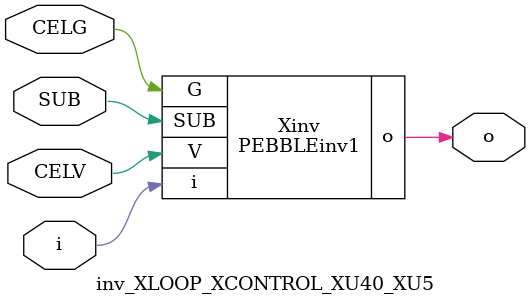
<source format=v>



module PEBBLEinv1 ( o, G, SUB, V, i );

  input V;
  input i;
  input G;
  output o;
  input SUB;
endmodule

//Celera Confidential Do Not Copy inv_XLOOP_XCONTROL_XU40_XU5
//Celera Confidential Symbol Generator
//5V Inverter
module inv_XLOOP_XCONTROL_XU40_XU5 (CELV,CELG,i,o,SUB);
input CELV;
input CELG;
input i;
input SUB;
output o;

//Celera Confidential Do Not Copy inv
PEBBLEinv1 Xinv(
.V (CELV),
.i (i),
.o (o),
.SUB (SUB),
.G (CELG)
);
//,diesize,PEBBLEinv1

//Celera Confidential Do Not Copy Module End
//Celera Schematic Generator
endmodule

</source>
